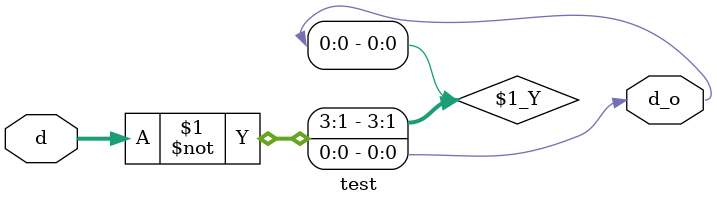
<source format=v>
module test(
           input [3:0]d,
           output d_o
       );

// nor(d_o,d[0],d[1],d[2],d[3]);

nor(d_o,d[3:0]);

// nor(d_o,[3:0]d);

endmodule

</source>
